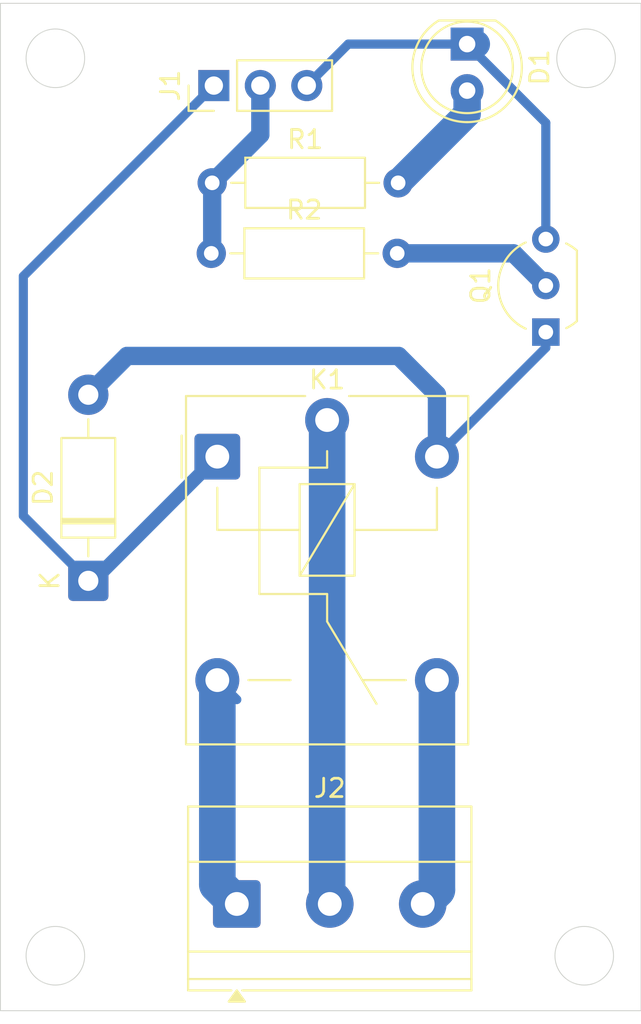
<source format=kicad_pcb>
(kicad_pcb (version 20241229) (generator "pcbnew") (generator_version "9.0")
  (layers (0 "F.Cu" signal) (2 "B.Cu" signal) (13 "F.Paste" user) (15 "B.Paste" user) (5 "F.SilkS" user "F.Silkscreen") (7 "B.SilkS" user "B.Silkscreen") (1 "F.Mask" user) (3 "B.Mask" user) (25 "Edge.Cuts" user))
  (net 0 "")
  (net 1 "GND")
  (net 2 "Net-(D1-A)")
  (net 3 "/COL")
  (net 4 "+5V")
  (net 5 "/SIG")
  (net 6 "/COM")
  (net 7 "/NO")
  (net 8 "/NC")
  (net 9 "/BASE")
  (footprint "Relay_THT:Relay_SPDT_Finder_36.11" (layer "F.Cu") (at 132.35 98.75)
    (property "Reference" "K1" (at 6 -4.2 0) (layer "F.SilkS"))
    (property "Value" "Relay_SPDT")
    (fp_line (start -1.95 -1.15) (end -1.95 1.15) (stroke (width 0.12)) (layer "F.SilkS"))
    (fp_line (start -1.71 15.7) (end -1.71 -3.31) (stroke (width 0.12)) (layer "F.SilkS"))
    (fp_line (start 0 1.7) (end 0 4) (stroke (width 0.12)) (layer "F.SilkS"))
    (fp_line (start 1.7 12.2) (end 4 12.2) (stroke (width 0.12)) (layer "F.SilkS"))
    (fp_line (start 2.3 7.5) (end 2.3 0.6) (stroke (width 0.12)) (layer "F.SilkS"))
    (fp_line (start 4.5 1.5) (end 7.5 1.5) (stroke (width 0.12)) (layer "F.SilkS"))
    (fp_line (start 4.5 4) (end 0 4) (stroke (width 0.12)) (layer "F.SilkS"))
    (fp_line (start 4.5 6.5) (end 4.5 1.5) (stroke (width 0.12)) (layer "F.SilkS"))
    (fp_line (start 4.5 6.5) (end 7.5 1.5) (stroke (width 0.12)) (layer "F.SilkS"))
    (fp_line (start 4.8 -3.31) (end -1.71 -3.31) (stroke (width 0.12)) (layer "F.SilkS"))
    (fp_line (start 6 0.6) (end 2.3 0.6) (stroke (width 0.12)) (layer "F.SilkS"))
    (fp_line (start 6 0.6) (end 6 -0.3) (stroke (width 0.12)) (layer "F.SilkS"))
    (fp_line (start 6 7.5) (end 2.3 7.5) (stroke (width 0.12)) (layer "F.SilkS"))
    (fp_line (start 6 7.5) (end 6 9) (stroke (width 0.12)) (layer "F.SilkS"))
    (fp_line (start 6 9) (end 8.7 13.5) (stroke (width 0.12)) (layer "F.SilkS"))
    (fp_line (start 7.5 1.5) (end 7.5 6.5) (stroke (width 0.12)) (layer "F.SilkS"))
    (fp_line (start 7.5 6.5) (end 4.5 6.5) (stroke (width 0.12)) (layer "F.SilkS"))
    (fp_line (start 10.3 12.2) (end 8 12.2) (stroke (width 0.12)) (layer "F.SilkS"))
    (fp_line (start 12 4) (end 7.5 4) (stroke (width 0.12)) (layer "F.SilkS"))
    (fp_line (start 12 4) (end 12 1.7) (stroke (width 0.12)) (layer "F.SilkS"))
    (fp_line (start 13.71 -3.31) (end 7.2 -3.31) (stroke (width 0.12)) (layer "F.SilkS"))
    (fp_line (start 13.71 -3.31) (end 13.71 15.71) (stroke (width 0.12)) (layer "F.SilkS"))
    (fp_line (start 13.71 15.71) (end -1.71 15.71) (stroke (width 0.12)) (layer "F.SilkS"))
    (pad "11" thru_hole circle (at 6 -2) (size 2.4 2.4) (drill 1.3) (layers "*.Cu" "*.Mask") (net 6 "/COM"))
    (pad "12" thru_hole circle (at 12 12.2) (size 2.4 2.4) (drill 1.3) (layers "*.Cu" "*.Mask") (net 8 "/NC"))
    (pad "14" thru_hole circle (at 0 12.2) (size 2.4 2.4) (drill 1.3) (layers "*.Cu" "*.Mask") (net 7 "/NO"))
    (pad "A1" thru_hole roundrect (at 0 0) (size 2.5 2.5) (drill 1.3) (layers "*.Cu" "*.Mask") (roundrect_rratio 0.1) (net 4 "+5V"))
    (pad "A2" thru_hole circle (at 12 0) (size 2.4 2.4) (drill 1.3) (layers "*.Cu" "*.Mask") (net 3 "/COL"))
  )
  (footprint "TerminalBlock_Phoenix:TerminalBlock_Phoenix_MKDS-1,5-3-5.08_1x03_P5.08mm_Horizontal" (layer "F.Cu") (at 133.415 123.1725)
    (property "Reference" "J2" (at 5.08 -6.32 0) (layer "F.SilkS"))
    (property "Value" "Conector 1x03")
    (fp_line (start -2.66 -5.32) (end 12.82 -5.32) (stroke (width 0.12)) (layer "F.SilkS"))
    (fp_line (start -2.66 -2.3) (end 12.82 -2.3) (stroke (width 0.12)) (layer "F.SilkS"))
    (fp_line (start -2.66 2.6) (end 12.82 2.6) (stroke (width 0.12)) (layer "F.SilkS"))
    (fp_line (start -2.66 4.1) (end 12.82 4.1) (stroke (width 0.12)) (layer "F.SilkS"))
    (fp_line (start -2.66 4.72) (end -2.66 -5.32) (stroke (width 0.12)) (layer "F.SilkS"))
    (fp_line (start -0.3 4.72) (end -2.66 4.72) (stroke (width 0.12)) (layer "F.SilkS"))
    (fp_line (start 12.82 -5.32) (end 12.82 4.72) (stroke (width 0.12)) (layer "F.SilkS"))
    (fp_line (start 12.82 4.72) (end 0.3 4.72) (stroke (width 0.12)) (layer "F.SilkS"))
    (fp_poly (pts (xy 0 4.72) (xy 0.44 5.33) (xy -0.44 5.33)) (stroke (width 0.12)) (fill yes) (layer "F.SilkS"))
    (pad "1" thru_hole roundrect (at 0 0) (size 2.6 2.6) (drill 1.3) (layers "*.Cu" "*.Mask") (roundrect_rratio 0.096154) (net 7 "/NO"))
    (pad "2" thru_hole circle (at 5.08 0) (size 2.6 2.6) (drill 1.3) (layers "*.Cu" "*.Mask") (net 6 "/COM"))
    (pad "3" thru_hole circle (at 10.16 0) (size 2.6 2.6) (drill 1.3) (layers "*.Cu" "*.Mask") (net 8 "/NC"))
  )
  (footprint "Package_TO_SOT_THT:TO-92L_Inline_Wide" (layer "F.Cu") (at 150.3 91.95 90)
    (property "Reference" "Q1" (at 2.54 -3.56 90) (layer "F.SilkS"))
    (property "Value" "Q_NPN_CBE")
    (fp_line (start 0.6 1.7) (end 4.45 1.7) (stroke (width 0.12)) (layer "F.SilkS"))
    (fp_arc (start 2.54 -2.6) (mid 3.936979 -2.192818) (end 4.8964 -1.098807) (stroke (width 0.12)) (layer "F.SilkS"))
    (fp_arc (start 0.1836 -1.098807) (mid 1.143021 -2.192817) (end 2.54 -2.6) (stroke (width 0.12)) (layer "F.SilkS"))
    (fp_arc (start 4.842383 1.112264) (mid 4.666594 1.419753) (end 4.45 1.7) (stroke (width 0.12)) (layer "F.SilkS"))
    (fp_arc (start 0.6 1.7) (mid 0.389183 1.423933) (end 0.217369 1.122045) (stroke (width 0.12)) (layer "F.SilkS"))
    (pad "1" thru_hole rect (at 0 0 90) (size 1.5 1.5) (drill 0.8) (layers "*.Cu" "*.Mask") (net 3 "/COL"))
    (pad "2" thru_hole circle (at 2.54 0 90) (size 1.5 1.5) (drill 0.8) (layers "*.Cu" "*.Mask") (net 9 "/BASE"))
    (pad "3" thru_hole circle (at 5.08 0 90) (size 1.5 1.5) (drill 0.8) (layers "*.Cu" "*.Mask") (net 1 "GND"))
  )
  (footprint "Resistor_THT:R_Axial_DIN0207_L6.3mm_D2.5mm_P10.16mm_Horizontal" (layer "F.Cu") (at 132.07 83.8)
    (property "Reference" "R1" (at 5.08 -2.37 0) (layer "F.SilkS"))
    (property "Value" "470")
    (fp_line (start 1.04 0) (end 1.81 0) (stroke (width 0.12)) (layer "F.SilkS"))
    (fp_line (start 9.12 0) (end 8.35 0) (stroke (width 0.12)) (layer "F.SilkS"))
    (fp_rect (start 1.81 -1.37) (end 8.35 1.37) (stroke (width 0.12)) (fill no) (layer "F.SilkS"))
    (pad "1" thru_hole circle (at 0 0) (size 1.6 1.6) (drill 0.8) (layers "*.Cu" "*.Mask") (net 5 "/SIG"))
    (pad "2" thru_hole circle (at 10.16 0) (size 1.6 1.6) (drill 0.8) (layers "*.Cu" "*.Mask") (net 2 "Net-(D1-A)"))
  )
  (footprint "Resistor_THT:R_Axial_DIN0207_L6.3mm_D2.5mm_P10.16mm_Horizontal" (layer "F.Cu") (at 132.02 87.65)
    (property "Reference" "R2" (at 5.08 -2.37 0) (layer "F.SilkS"))
    (property "Value" "470")
    (fp_line (start 1.04 0) (end 1.81 0) (stroke (width 0.12)) (layer "F.SilkS"))
    (fp_line (start 9.12 0) (end 8.35 0) (stroke (width 0.12)) (layer "F.SilkS"))
    (fp_rect (start 1.81 -1.37) (end 8.35 1.37) (stroke (width 0.12)) (fill no) (layer "F.SilkS"))
    (pad "1" thru_hole circle (at 0 0) (size 1.6 1.6) (drill 0.8) (layers "*.Cu" "*.Mask") (net 5 "/SIG"))
    (pad "2" thru_hole circle (at 10.16 0) (size 1.6 1.6) (drill 0.8) (layers "*.Cu" "*.Mask") (net 9 "/BASE"))
  )
  (footprint "Diode_THT:D_DO-41_SOD81_P10.16mm_Horizontal" (layer "F.Cu") (at 125.3 105.53 90)
    (property "Reference" "D2" (at 5.08 -2.47 90) (layer "F.SilkS"))
    (property "Value" "1N4007")
    (fp_line (start 3.38 -1.47) (end 3.38 1.47) (stroke (width 0.12)) (layer "F.SilkS"))
    (fp_line (start 3.26 -1.47) (end 3.26 1.47) (stroke (width 0.12)) (layer "F.SilkS"))
    (fp_line (start 3.14 -1.47) (end 3.14 1.47) (stroke (width 0.12)) (layer "F.SilkS"))
    (fp_line (start 8.82 0) (end 7.8 0) (stroke (width 0.12)) (layer "F.SilkS"))
    (fp_line (start 1.34 0) (end 2.36 0) (stroke (width 0.12)) (layer "F.SilkS"))
    (fp_rect (start 2.36 -1.47) (end 7.8 1.47) (stroke (width 0.12)) (fill no) (layer "F.SilkS"))
    (fp_text user "K" (at 0 -2.1 90) (layer "F.SilkS"))
    (pad "1" thru_hole roundrect (at 0 0 90) (size 2.2 2.2) (drill 1.1) (layers "*.Cu" "*.Mask") (roundrect_rratio 0.113636) (net 4 "+5V"))
    (pad "2" thru_hole circle (at 10.16 0 90) (size 2.2 2.2) (drill 1.1) (layers "*.Cu" "*.Mask") (net 3 "/COL"))
  )
  (footprint "Connector_PinHeader_2.54mm:PinHeader_1x03_P2.54mm_Vertical" (layer "F.Cu") (at 132.16 78.49 90)
    (property "Reference" "J1" (at 0 -2.38 90) (layer "F.SilkS"))
    (property "Value" "Conn_01x03")
    (fp_line (start -1.38 -1.38) (end 0 -1.38) (stroke (width 0.12)) (layer "F.SilkS"))
    (fp_line (start -1.38 0) (end -1.38 -1.38) (stroke (width 0.12)) (layer "F.SilkS"))
    (fp_line (start 1.38 1.27) (end 1.38 6.46) (stroke (width 0.12)) (layer "F.SilkS"))
    (fp_line (start -1.38 1.27) (end 1.38 1.27) (stroke (width 0.12)) (layer "F.SilkS"))
    (fp_line (start -1.38 1.27) (end -1.38 6.46) (stroke (width 0.12)) (layer "F.SilkS"))
    (fp_line (start -1.38 6.46) (end 1.38 6.46) (stroke (width 0.12)) (layer "F.SilkS"))
    (pad "1" thru_hole rect (at 0 0 90) (size 1.7 1.7) (drill 1) (layers "*.Cu" "*.Mask") (net 4 "+5V"))
    (pad "2" thru_hole circle (at 0 2.54 90) (size 1.7 1.7) (drill 1) (layers "*.Cu" "*.Mask") (net 5 "/SIG"))
    (pad "3" thru_hole circle (at 0 5.08 90) (size 1.7 1.7) (drill 1) (layers "*.Cu" "*.Mask") (net 1 "GND"))
  )
  (footprint "LED_THT:LED_D5.0mm" (layer "F.Cu") (at 146 76.225 -90)
    (property "Reference" "D1" (at 1.27 -3.96 90) (layer "F.SilkS"))
    (property "Value" "Vermelho")
    (fp_line (start -1.29 -1.545) (end -1.29 1.545) (stroke (width 0.12)) (layer "F.SilkS"))
    (fp_arc (start 4.26 0) (mid 2.071779 2.880495) (end -1.29 1.54483) (stroke (width 0.12)) (layer "F.SilkS"))
    (fp_arc (start -1.29 -1.54483) (mid 2.071779 -2.880495) (end 4.26 0) (stroke (width 0.12)) (layer "F.SilkS"))
    (fp_circle (center 1.27 0) (end 3.77 0) (stroke (width 0.12)) (fill no) (layer "F.SilkS"))
    (pad "1" thru_hole rect (at 0 0 270) (size 1.8 1.8) (drill 0.9) (layers "*.Cu" "*.Mask") (net 1 "GND"))
    (pad "2" thru_hole circle (at 2.54 0 270) (size 1.8 1.8) (drill 0.9) (layers "*.Cu" "*.Mask") (net 2 "Net-(D1-A)"))
  )
  (gr_circle (center 152.4 126) (end 154 126) (stroke (width 0.05)) (fill no) (layer "Edge.Cuts"))
  (gr_circle (center 123.5 126) (end 125.1 126) (stroke (width 0.05)) (fill no) (layer "Edge.Cuts"))
  (gr_circle (center 152.5 77) (end 154.1 77) (stroke (width 0.05)) (fill no) (layer "Edge.Cuts"))
  (gr_circle (center 123.5 77) (end 125.1 77) (stroke (width 0.05)) (fill no) (layer "Edge.Cuts"))
  (gr_rect (start 120.5 74) (end 155.5 129) (stroke (width 0.05)) (fill no) (layer "Edge.Cuts"))
  (segment (start 146 76.225) (end 146.501974 76.225) (width 1.5) (layer "B.Cu") (net 1))
  (segment (start 137.24 78.49) (end 139.505 76.225) (width 0.5) (layer "B.Cu") (net 1))
  (segment (start 146 76.225) (end 150.3 80.525) (width 0.5) (layer "B.Cu") (net 1))
  (segment (start 139.505 76.225) (end 146 76.225) (width 0.5) (layer "B.Cu") (net 1))
  (segment (start 150.3 80.525) (end 150.3 86.87) (width 0.5) (layer "B.Cu") (net 1))
  (segment (start 146 78.765) (end 146 80.03) (width 1.5) (layer "B.Cu") (net 2))
  (segment (start 146 80.03) (end 142.23 83.8) (width 1.5) (layer "B.Cu") (net 2))
  (segment (start 125.3 95.37) (end 127.42 93.25) (width 1) (layer "B.Cu") (net 3))
  (segment (start 144.35 95.35) (end 144.35 98.75) (width 1) (layer "B.Cu") (net 3))
  (segment (start 144.35 98.75) (end 150.3 92.8) (width 0.5) (layer "B.Cu") (net 3))
  (segment (start 150.3 92.8) (end 150.3 91.956) (width 0.5) (layer "B.Cu") (net 3))
  (segment (start 142.25 93.25) (end 144.35 95.35) (width 1) (layer "B.Cu") (net 3))
  (segment (start 127.42 93.25) (end 142.25 93.25) (width 1) (layer "B.Cu") (net 3))
  (segment (start 121.75 101.98) (end 121.75 88.9) (width 0.5) (layer "B.Cu") (net 4))
  (segment (start 121.75 88.9) (end 132.16 78.49) (width 0.5) (layer "B.Cu") (net 4))
  (segment (start 125.3 105.53) (end 125.3 105.7) (width 0.5) (layer "B.Cu") (net 4))
  (segment (start 125.3 105.53) (end 121.75 101.98) (width 0.5) (layer "B.Cu") (net 4))
  (segment (start 125.57 105.53) (end 132.35 98.75) (width 0.75) (layer "B.Cu") (net 4))
  (segment (start 125.3 105.53) (end 125.57 105.53) (width 0.5) (layer "B.Cu") (net 4))
  (segment (start 125.3 105.7) (end 125.25 105.75) (width 0.5) (layer "B.Cu") (net 4))
  (segment (start 134.7 81.17) (end 134.7 78.49) (width 1) (layer "B.Cu") (net 5))
  (segment (start 132.07 87.6) (end 132.02 87.65) (width 1) (layer "B.Cu") (net 5))
  (segment (start 132.07 83.8) (end 132.07 87.6) (width 1) (layer "B.Cu") (net 5))
  (segment (start 132.07 83.8) (end 134.7 81.17) (width 1) (layer "B.Cu") (net 5))
  (segment (start 134.7 78.49) (end 134.46 78.25) (width 1) (layer "B.Cu") (net 5))
  (segment (start 138.35 123.0275) (end 138.495 123.1725) (width 2) (layer "B.Cu") (net 6))
  (segment (start 138.2 122.8775) (end 138.495 123.1725) (width 0.5) (layer "B.Cu") (net 6))
  (segment (start 138.35 96.75) (end 138.35 123.0275) (width 2) (layer "B.Cu") (net 6))
  (segment (start 132.2 110.8) (end 133.415 112.015) (width 0.5) (layer "B.Cu") (net 7))
  (segment (start 132.35 110.95) (end 132.35 122.1075) (width 2) (layer "B.Cu") (net 7))
  (segment (start 132.35 122.1075) (end 133.415 123.1725) (width 2) (layer "B.Cu") (net 7))
  (segment (start 144.35 110.95) (end 144.45 110.95) (width 2) (layer "B.Cu") (net 8))
  (segment (start 144.35 110.95) (end 144.35 122.3975) (width 2) (layer "B.Cu") (net 8))
  (segment (start 144.2 122.5475) (end 143.575 123.1725) (width 0.5) (layer "B.Cu") (net 8))
  (segment (start 144.35 122.3975) (end 143.575 123.1725) (width 2) (layer "B.Cu") (net 8))
  (segment (start 144.2 110.8) (end 144.35 110.95) (width 2) (layer "B.Cu") (net 8))
  (segment (start 148.54 87.65) (end 150.3 89.41) (width 1) (layer "B.Cu") (net 9))
  (segment (start 142.18 87.65) (end 148.54 87.65) (width 1) (layer "B.Cu") (net 9))
)
</source>
